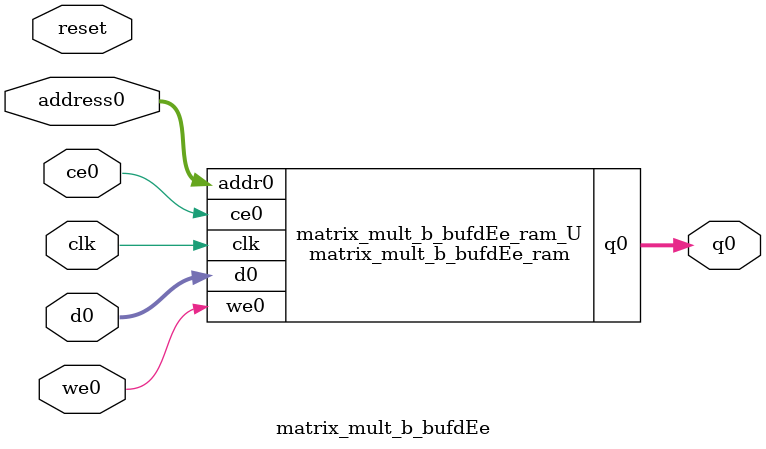
<source format=v>
`timescale 1 ns / 1 ps
module matrix_mult_b_bufdEe_ram (addr0, ce0, d0, we0, q0,  clk);

parameter DWIDTH = 32;
parameter AWIDTH = 4;
parameter MEM_SIZE = 10;

input[AWIDTH-1:0] addr0;
input ce0;
input[DWIDTH-1:0] d0;
input we0;
output reg[DWIDTH-1:0] q0;
input clk;

(* ram_style = "distributed" *)reg [DWIDTH-1:0] ram[0:MEM_SIZE-1];




always @(posedge clk)  
begin 
    if (ce0) begin
        if (we0) 
            ram[addr0] <= d0; 
        q0 <= ram[addr0];
    end
end


endmodule

`timescale 1 ns / 1 ps
module matrix_mult_b_bufdEe(
    reset,
    clk,
    address0,
    ce0,
    we0,
    d0,
    q0);

parameter DataWidth = 32'd32;
parameter AddressRange = 32'd10;
parameter AddressWidth = 32'd4;
input reset;
input clk;
input[AddressWidth - 1:0] address0;
input ce0;
input we0;
input[DataWidth - 1:0] d0;
output[DataWidth - 1:0] q0;



matrix_mult_b_bufdEe_ram matrix_mult_b_bufdEe_ram_U(
    .clk( clk ),
    .addr0( address0 ),
    .ce0( ce0 ),
    .we0( we0 ),
    .d0( d0 ),
    .q0( q0 ));

endmodule


</source>
